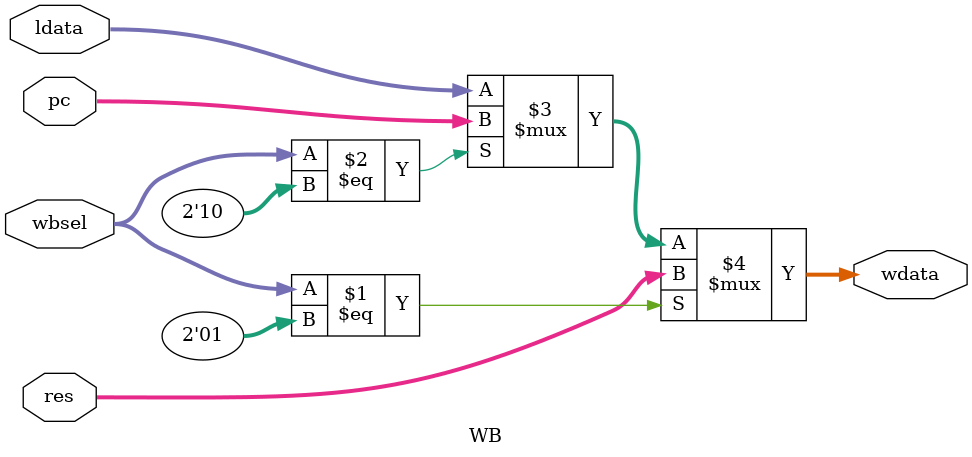
<source format=sv>
module WB (
  input  logic [31:0] pc,
  input  logic [31:0] res,
  input  logic [31:0] ldata,
  input  logic [1:0]  wbsel,
  output logic [31:0] wdata
);

  assign wdata = (wbsel == 2'b01) ? res : (wbsel == 2'b10) ? pc : ldata;

endmodule

</source>
